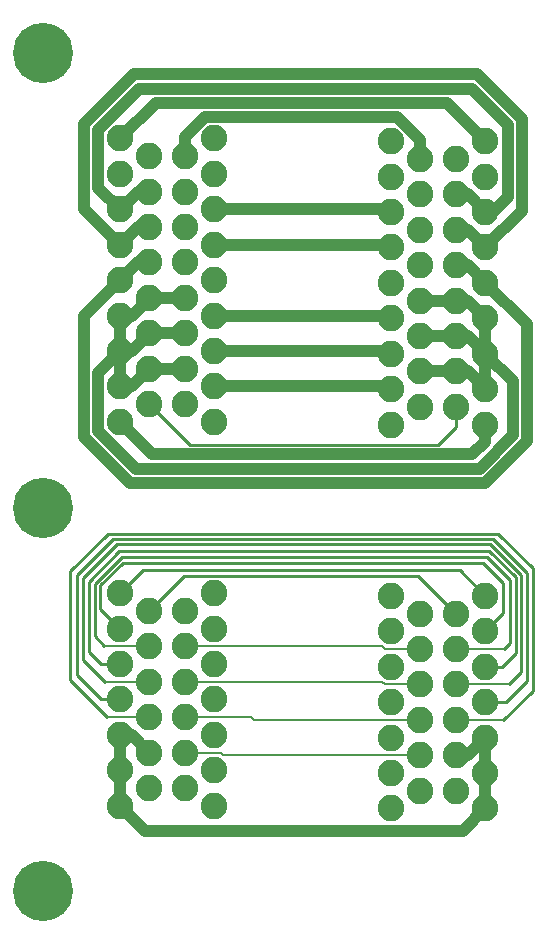
<source format=gbr>
%TF.GenerationSoftware,KiCad,Pcbnew,(6.0.8)*%
%TF.CreationDate,2024-08-14T07:32:42+02:00*%
%TF.ProjectId,FUSE_TestBoard,46555345-5f54-4657-9374-426f6172642e,rev?*%
%TF.SameCoordinates,Original*%
%TF.FileFunction,Copper,L2,Bot*%
%TF.FilePolarity,Positive*%
%FSLAX46Y46*%
G04 Gerber Fmt 4.6, Leading zero omitted, Abs format (unit mm)*
G04 Created by KiCad (PCBNEW (6.0.8)) date 2024-08-14 07:32:42*
%MOMM*%
%LPD*%
G01*
G04 APERTURE LIST*
%TA.AperFunction,ComponentPad*%
%ADD10C,2.250000*%
%TD*%
%TA.AperFunction,ComponentPad*%
%ADD11C,5.100000*%
%TD*%
%TA.AperFunction,Conductor*%
%ADD12C,0.254000*%
%TD*%
%TA.AperFunction,Conductor*%
%ADD13C,1.000000*%
%TD*%
%TA.AperFunction,Conductor*%
%ADD14C,0.250000*%
%TD*%
%TA.AperFunction,Conductor*%
%ADD15C,0.200000*%
%TD*%
G04 APERTURE END LIST*
D10*
%TO.P,J2,1,1*%
%TO.N,HP_MOS7_B*%
X183587300Y-85278000D03*
%TO.P,J2,2,2*%
%TO.N,LP_MOS7*%
X186087300Y-86778000D03*
%TO.P,J2,3,3*%
%TO.N,HP_MOS7_B*%
X183587300Y-88278000D03*
%TO.P,J2,4,4*%
%TO.N,unconnected-(J2-Pad4)*%
X186087300Y-89778000D03*
%TO.P,J2,5,5*%
%TO.N,LP_MOS6*%
X183587300Y-91278000D03*
%TO.P,J2,6,6*%
%TO.N,unconnected-(J2-Pad6)*%
X186087300Y-92778000D03*
%TO.P,J2,7,7*%
%TO.N,LP_MOS5*%
X183587300Y-94278000D03*
%TO.P,J2,8,8*%
%TO.N,HP_MOS6_B*%
X186087300Y-95778000D03*
%TO.P,J2,9,9*%
X183587300Y-97278000D03*
%TO.P,J2,10,10*%
%TO.N,GND*%
X186087300Y-98778000D03*
%TO.P,J2,11,11*%
%TO.N,LP_MOS4*%
X183587300Y-100278000D03*
%TO.P,J2,12,12*%
%TO.N,GND*%
X186087300Y-101778000D03*
%TO.P,J2,13,13*%
%TO.N,LP_MOS3*%
X183587300Y-103278000D03*
%TO.P,J2,14,14*%
%TO.N,GND*%
X186087300Y-104778000D03*
%TO.P,J2,15,15*%
%TO.N,LP_MOS2*%
X183587300Y-106278000D03*
%TO.P,J2,16,16*%
%TO.N,HP_MOS5_B*%
X186087300Y-107778000D03*
%TO.P,J2,17,17*%
X183587300Y-109278000D03*
%TO.P,J2,18,18*%
%TO.N,LP_MOS8*%
X191587300Y-85278000D03*
%TO.P,J2,19,19*%
%TO.N,HP_MOS8_B*%
X189087300Y-86778000D03*
%TO.P,J2,20,20*%
X191587300Y-88278000D03*
%TO.P,J2,21,21*%
%TO.N,+12VA*%
X189087300Y-89778000D03*
%TO.P,J2,22,22*%
X191587300Y-91278000D03*
%TO.P,J2,23,23*%
%TO.N,+3.3VP*%
X189087300Y-92778000D03*
%TO.P,J2,24,24*%
X191587300Y-94278000D03*
%TO.P,J2,25,25*%
%TO.N,+5VL*%
X189087300Y-95778000D03*
%TO.P,J2,26,26*%
X191587300Y-97278000D03*
%TO.P,J2,27,27*%
%TO.N,GND*%
X189087300Y-98778000D03*
%TO.P,J2,28,28*%
X191587300Y-100278000D03*
%TO.P,J2,29,29*%
X189087300Y-101778000D03*
%TO.P,J2,30,30*%
X191587300Y-103278000D03*
%TO.P,J2,31,31*%
X189087300Y-104778000D03*
%TO.P,J2,32,32*%
X191587300Y-106278000D03*
%TO.P,J2,33,33*%
%TO.N,SAFETY_IN*%
X189087300Y-107778000D03*
%TO.P,J2,34,34*%
%TO.N,LP_MOS1*%
X191587300Y-109278000D03*
%TO.P,J2,35,35*%
%TO.N,HP_MOS4_B*%
X183587300Y-123778000D03*
%TO.P,J2,36,36*%
X186087300Y-125278000D03*
%TO.P,J2,37,37*%
X183587300Y-126778000D03*
%TO.P,J2,38,38*%
%TO.N,CAN1_L*%
X186087300Y-128278000D03*
%TO.P,J2,39,39*%
%TO.N,HP_MOS3_B*%
X183587300Y-129778000D03*
%TO.P,J2,40,40*%
%TO.N,CAN1_H*%
X186087300Y-131278000D03*
%TO.P,J2,41,41*%
%TO.N,HP_MOS3_B*%
X183587300Y-132778000D03*
%TO.P,J2,42,42*%
%TO.N,CAN2_L*%
X186087300Y-134278000D03*
%TO.P,J2,43,43*%
%TO.N,HP_MOS3_B*%
X183587300Y-135778000D03*
%TO.P,J2,44,44*%
%TO.N,CAN2_H*%
X186087300Y-137278000D03*
%TO.P,J2,45,45*%
%TO.N,HP_MOS2_B*%
X183587300Y-138778000D03*
%TO.P,J2,46,46*%
%TO.N,HP_MOS1_B*%
X186087300Y-140278000D03*
%TO.P,J2,47,47*%
%TO.N,HP_MOS2_B*%
X183587300Y-141778000D03*
%TO.P,J2,48,48*%
%TO.N,ADC_IN1*%
X191587300Y-123778000D03*
%TO.P,J2,49,49*%
%TO.N,ADC_IN2*%
X189087300Y-125278000D03*
%TO.P,J2,50,50*%
%TO.N,ADC_IN3*%
X191587300Y-126778000D03*
%TO.P,J2,51,51*%
%TO.N,ADC_IN4*%
X189087300Y-128278000D03*
%TO.P,J2,52,52*%
%TO.N,CONN_AD_IN5*%
X191587300Y-129778000D03*
%TO.P,J2,53,53*%
%TO.N,CONN_AD_IN6*%
X189087300Y-131278000D03*
%TO.P,J2,54,54*%
%TO.N,CONN_AD_IN7*%
X191587300Y-132778000D03*
%TO.P,J2,55,55*%
%TO.N,CONN_AD_IN8*%
X189087300Y-134278000D03*
%TO.P,J2,56,56*%
%TO.N,GND*%
X191587300Y-135778000D03*
%TO.P,J2,57,57*%
X189087300Y-137278000D03*
%TO.P,J2,58,58*%
X191587300Y-138778000D03*
%TO.P,J2,59,59*%
%TO.N,HP_MOS1_B*%
X189087300Y-140278000D03*
%TO.P,J2,60,60*%
%TO.N,GND*%
X191587300Y-141778000D03*
%TD*%
%TO.P,J1,1,1*%
%TO.N,HP_MOS7*%
X168650000Y-85050000D03*
%TO.P,J1,2,2*%
%TO.N,LP_MOS7*%
X166150000Y-86550000D03*
%TO.P,J1,3,3*%
%TO.N,HP_MOS7*%
X168650000Y-88050000D03*
%TO.P,J1,4,4*%
%TO.N,unconnected-(J1-Pad4)*%
X166150000Y-89550000D03*
%TO.P,J1,5,5*%
%TO.N,LP_MOS6*%
X168650000Y-91050000D03*
%TO.P,J1,6,6*%
%TO.N,unconnected-(J1-Pad6)*%
X166150000Y-92550000D03*
%TO.P,J1,7,7*%
%TO.N,LP_MOS5*%
X168650000Y-94050000D03*
%TO.P,J1,8,8*%
%TO.N,HP_MOS6*%
X166150000Y-95550000D03*
%TO.P,J1,9,9*%
X168650000Y-97050000D03*
%TO.P,J1,10,10*%
%TO.N,GND*%
X166150000Y-98550000D03*
%TO.P,J1,11,11*%
%TO.N,LP_MOS4*%
X168650000Y-100050000D03*
%TO.P,J1,12,12*%
%TO.N,GND*%
X166150000Y-101550000D03*
%TO.P,J1,13,13*%
%TO.N,LP_MOS3*%
X168650000Y-103050000D03*
%TO.P,J1,14,14*%
%TO.N,GND*%
X166150000Y-104550000D03*
%TO.P,J1,15,15*%
%TO.N,LP_MOS2*%
X168650000Y-106050000D03*
%TO.P,J1,16,16*%
%TO.N,HP_MOS5*%
X166150000Y-107550000D03*
%TO.P,J1,17,17*%
X168650000Y-109050000D03*
%TO.P,J1,18,18*%
%TO.N,LP_MOS8*%
X160650000Y-85050000D03*
%TO.P,J1,19,19*%
%TO.N,HP_MOS8*%
X163150000Y-86550000D03*
%TO.P,J1,20,20*%
X160650000Y-88050000D03*
%TO.P,J1,21,21*%
%TO.N,+12VA*%
X163150000Y-89550000D03*
%TO.P,J1,22,22*%
X160650000Y-91050000D03*
%TO.P,J1,23,23*%
%TO.N,+3.3VP*%
X163150000Y-92550000D03*
%TO.P,J1,24,24*%
X160650000Y-94050000D03*
%TO.P,J1,25,25*%
%TO.N,+5VL*%
X163150000Y-95550000D03*
%TO.P,J1,26,26*%
X160650000Y-97050000D03*
%TO.P,J1,27,27*%
%TO.N,GND*%
X163150000Y-98550000D03*
%TO.P,J1,28,28*%
X160650000Y-100050000D03*
%TO.P,J1,29,29*%
X163150000Y-101550000D03*
%TO.P,J1,30,30*%
X160650000Y-103050000D03*
%TO.P,J1,31,31*%
X163150000Y-104550000D03*
%TO.P,J1,32,32*%
X160650000Y-106050000D03*
%TO.P,J1,33,33*%
%TO.N,SAFETY_IN*%
X163150000Y-107550000D03*
%TO.P,J1,34,34*%
%TO.N,LP_MOS1*%
X160650000Y-109050000D03*
%TO.P,J1,35,35*%
%TO.N,HP_MOS4*%
X168650000Y-123550000D03*
%TO.P,J1,36,36*%
X166150000Y-125050000D03*
%TO.P,J1,37,37*%
X168650000Y-126550000D03*
%TO.P,J1,38,38*%
%TO.N,CAN1_L*%
X166150000Y-128050000D03*
%TO.P,J1,39,39*%
%TO.N,HP_MOS3*%
X168650000Y-129550000D03*
%TO.P,J1,40,40*%
%TO.N,CAN1_H*%
X166150000Y-131050000D03*
%TO.P,J1,41,41*%
%TO.N,HP_MOS3*%
X168650000Y-132550000D03*
%TO.P,J1,42,42*%
%TO.N,CAN2_L*%
X166150000Y-134050000D03*
%TO.P,J1,43,43*%
%TO.N,HP_MOS3*%
X168650000Y-135550000D03*
%TO.P,J1,44,44*%
%TO.N,CAN2_H*%
X166150000Y-137050000D03*
%TO.P,J1,45,45*%
%TO.N,HP_MOS2*%
X168650000Y-138550000D03*
%TO.P,J1,46,46*%
%TO.N,HP_MOS1*%
X166150000Y-140050000D03*
%TO.P,J1,47,47*%
%TO.N,HP_MOS2*%
X168650000Y-141550000D03*
%TO.P,J1,48,48*%
%TO.N,ADC_IN1*%
X160650000Y-123550000D03*
%TO.P,J1,49,49*%
%TO.N,ADC_IN2*%
X163150000Y-125050000D03*
%TO.P,J1,50,50*%
%TO.N,ADC_IN3*%
X160650000Y-126550000D03*
%TO.P,J1,51,51*%
%TO.N,ADC_IN4*%
X163150000Y-128050000D03*
%TO.P,J1,52,52*%
%TO.N,CONN_AD_IN5*%
X160650000Y-129550000D03*
%TO.P,J1,53,53*%
%TO.N,CONN_AD_IN6*%
X163150000Y-131050000D03*
%TO.P,J1,54,54*%
%TO.N,CONN_AD_IN7*%
X160650000Y-132550000D03*
%TO.P,J1,55,55*%
%TO.N,CONN_AD_IN8*%
X163150000Y-134050000D03*
%TO.P,J1,56,56*%
%TO.N,GND*%
X160650000Y-135550000D03*
%TO.P,J1,57,57*%
X163150000Y-137050000D03*
%TO.P,J1,58,58*%
X160650000Y-138550000D03*
%TO.P,J1,59,59*%
%TO.N,HP_MOS1*%
X163150000Y-140050000D03*
%TO.P,J1,60,60*%
%TO.N,GND*%
X160650000Y-141550000D03*
D11*
%TO.P,J1,MH1,MH1*%
%TO.N,unconnected-(J1-PadMH1)*%
X154150000Y-77800000D03*
%TO.P,J1,MH2,MH2*%
%TO.N,unconnected-(J1-PadMH2)*%
X154150000Y-116300000D03*
%TO.P,J1,MH3,MH3*%
%TO.N,unconnected-(J1-PadMH3)*%
X154150000Y-148800000D03*
%TD*%
D12*
%TO.N,CONN_AD_IN8*%
X192700000Y-118500000D02*
X195600000Y-121400000D01*
X159600000Y-118500000D02*
X192700000Y-118500000D01*
X195600000Y-131800000D02*
X193122000Y-134278000D01*
X156400000Y-121700000D02*
X159600000Y-118500000D01*
X195600000Y-121400000D02*
X195600000Y-131800000D01*
X156400000Y-130900000D02*
X156400000Y-121700000D01*
X159550000Y-134050000D02*
X156400000Y-130900000D01*
D13*
%TO.N,GND*%
X191587300Y-100278000D02*
X191587300Y-106278000D01*
D12*
%TO.N,ADC_IN3*%
X159000000Y-124900000D02*
X160650000Y-126550000D01*
X160900000Y-121000000D02*
X159000000Y-122900000D01*
X191400000Y-121000000D02*
X160900000Y-121000000D01*
X193100000Y-122700000D02*
X191400000Y-121000000D01*
X159000000Y-122900000D02*
X159000000Y-124900000D01*
X193100000Y-125265300D02*
X193100000Y-122700000D01*
X191587300Y-126778000D02*
X193100000Y-125265300D01*
D14*
%TO.N,ADC_IN4*%
X158500000Y-127200000D02*
X159300000Y-128000000D01*
X193694000Y-122394000D02*
X191752000Y-120452000D01*
X158500000Y-122739224D02*
X158500000Y-127200000D01*
X193694000Y-127762000D02*
X193694000Y-122394000D01*
X160787224Y-120452000D02*
X158500000Y-122739224D01*
X193178000Y-128278000D02*
X193694000Y-127762000D01*
X191752000Y-120452000D02*
X160787224Y-120452000D01*
D12*
%TO.N,CONN_AD_IN5*%
X193022000Y-129778000D02*
X191587300Y-129778000D01*
X194146000Y-128654000D02*
X193022000Y-129778000D01*
X191939224Y-120000000D02*
X194146000Y-122206776D01*
X158000000Y-128490990D02*
X158000000Y-122600000D01*
X160600000Y-120000000D02*
X191939224Y-120000000D01*
X194146000Y-122206776D02*
X194146000Y-128654000D01*
X159059010Y-129550000D02*
X158000000Y-128490990D01*
X160650000Y-129550000D02*
X159059010Y-129550000D01*
X158000000Y-122600000D02*
X160600000Y-120000000D01*
%TO.N,CONN_AD_IN6*%
X194600000Y-122018724D02*
X194600000Y-130256000D01*
X160392000Y-119408000D02*
X191989276Y-119408000D01*
X194600000Y-130256000D02*
X193578000Y-131278000D01*
X157500000Y-122300000D02*
X160392000Y-119408000D01*
X157500000Y-129200000D02*
X157500000Y-122300000D01*
X191989276Y-119408000D02*
X194600000Y-122018724D01*
X159350000Y-131050000D02*
X157500000Y-129200000D01*
%TO.N,CONN_AD_IN7*%
X193322000Y-132778000D02*
X191587300Y-132778000D01*
X195100000Y-131000000D02*
X193322000Y-132778000D01*
X195100000Y-121800000D02*
X195100000Y-131000000D01*
X157000000Y-122000000D02*
X160046000Y-118954000D01*
X192254000Y-118954000D02*
X195100000Y-121800000D01*
X159059010Y-132550000D02*
X157000000Y-130490990D01*
X157000000Y-130490990D02*
X157000000Y-122000000D01*
X160650000Y-132550000D02*
X159059010Y-132550000D01*
X160046000Y-118954000D02*
X192254000Y-118954000D01*
D13*
%TO.N,GND*%
X189665300Y-143700000D02*
X191587300Y-141778000D01*
X162800000Y-143700000D02*
X189665300Y-143700000D01*
X160650000Y-141550000D02*
X162800000Y-143700000D01*
X191587300Y-135778000D02*
X191587300Y-141778000D01*
X189087300Y-137278000D02*
X190087300Y-137278000D01*
X190087300Y-137278000D02*
X191587300Y-135778000D01*
X160650000Y-138550000D02*
X160650000Y-141550000D01*
X161650000Y-135550000D02*
X163150000Y-137050000D01*
X160650000Y-135550000D02*
X161650000Y-135550000D01*
X160650000Y-135550000D02*
X160650000Y-138550000D01*
D15*
%TO.N,CONN_AD_IN6*%
X189087300Y-131278000D02*
X193578000Y-131278000D01*
%TO.N,CONN_AD_IN8*%
X163150000Y-134050000D02*
X159550000Y-134050000D01*
%TO.N,CONN_AD_IN6*%
X163150000Y-131050000D02*
X159350000Y-131050000D01*
%TO.N,CONN_AD_IN8*%
X189087300Y-134278000D02*
X193122000Y-134278000D01*
%TO.N,ADC_IN4*%
X189087300Y-128278000D02*
X193178000Y-128278000D01*
X159350000Y-128050000D02*
X159300000Y-128000000D01*
X163150000Y-128050000D02*
X159350000Y-128050000D01*
D12*
%TO.N,ADC_IN1*%
X189409300Y-121600000D02*
X191587300Y-123778000D01*
X162600000Y-121600000D02*
X189409300Y-121600000D01*
X160650000Y-123550000D02*
X162600000Y-121600000D01*
%TO.N,ADC_IN2*%
X185907300Y-122098000D02*
X189087300Y-125278000D01*
X166102000Y-122098000D02*
X185907300Y-122098000D01*
X163150000Y-125050000D02*
X166102000Y-122098000D01*
D15*
%TO.N,CAN2_H*%
X169393255Y-137278000D02*
X169165255Y-137050000D01*
X169165255Y-137050000D02*
X166150000Y-137050000D01*
X186087300Y-137278000D02*
X169393255Y-137278000D01*
%TO.N,CAN2_L*%
X171750000Y-134050000D02*
X171978000Y-134278000D01*
X171978000Y-134278000D02*
X186087300Y-134278000D01*
X166150000Y-134050000D02*
X171750000Y-134050000D01*
%TO.N,CAN1_H*%
X166150000Y-131050000D02*
X182844045Y-131050000D01*
X182844045Y-131050000D02*
X183072045Y-131278000D01*
X183072045Y-131278000D02*
X186087300Y-131278000D01*
%TO.N,CAN1_L*%
X183072045Y-128278000D02*
X186087300Y-128278000D01*
X182844045Y-128050000D02*
X183072045Y-128278000D01*
X166150000Y-128050000D02*
X182844045Y-128050000D01*
D13*
%TO.N,+5VL*%
X195100000Y-100790700D02*
X191587300Y-97278000D01*
X161522004Y-114200000D02*
X191597056Y-114200000D01*
X157625000Y-110302996D02*
X161522004Y-114200000D01*
X160650000Y-97050000D02*
X157625000Y-100075000D01*
X157625000Y-100075000D02*
X157625000Y-110302996D01*
X191597056Y-114200000D02*
X195100000Y-110697056D01*
X195100000Y-110697056D02*
X195100000Y-100790700D01*
%TO.N,GND*%
X193900000Y-110200000D02*
X193900000Y-105590700D01*
X191100000Y-113000000D02*
X193900000Y-110200000D01*
X193900000Y-105590700D02*
X191587300Y-103278000D01*
X162019060Y-113000000D02*
X191100000Y-113000000D01*
X158825000Y-109805940D02*
X162019060Y-113000000D01*
X158825000Y-104875000D02*
X158825000Y-109805940D01*
X160650000Y-103050000D02*
X158825000Y-104875000D01*
X190087300Y-98778000D02*
X191587300Y-100278000D01*
X186087300Y-98778000D02*
X190087300Y-98778000D01*
X190087300Y-101778000D02*
X191587300Y-103278000D01*
X186087300Y-101778000D02*
X190087300Y-101778000D01*
X190087300Y-104778000D02*
X191587300Y-106278000D01*
X186087300Y-104778000D02*
X190087300Y-104778000D01*
X160650000Y-100050000D02*
X160650000Y-106050000D01*
X163150000Y-104550000D02*
X166150000Y-104550000D01*
X161650000Y-106050000D02*
X163150000Y-104550000D01*
X160650000Y-106050000D02*
X161650000Y-106050000D01*
X163150000Y-101550000D02*
X166150000Y-101550000D01*
X161650000Y-103050000D02*
X163150000Y-101550000D01*
X160650000Y-103050000D02*
X161650000Y-103050000D01*
X163150000Y-98550000D02*
X166150000Y-98550000D01*
X161650000Y-100050000D02*
X163150000Y-98550000D01*
X160650000Y-100050000D02*
X161650000Y-100050000D01*
%TO.N,+3.3VP*%
X194700000Y-83402944D02*
X194700000Y-91165300D01*
X194700000Y-91165300D02*
X191587300Y-94278000D01*
X161822004Y-79600000D02*
X190897056Y-79600000D01*
X157625000Y-83797004D02*
X161822004Y-79600000D01*
X157625000Y-91025000D02*
X157625000Y-83797004D01*
X190897056Y-79600000D02*
X194700000Y-83402944D01*
X160650000Y-94050000D02*
X157625000Y-91025000D01*
%TO.N,+12VA*%
X193500000Y-83900000D02*
X193500000Y-90000000D01*
X190425000Y-80825000D02*
X193500000Y-83900000D01*
X162294060Y-80825000D02*
X190425000Y-80825000D01*
X158825000Y-84294060D02*
X162294060Y-80825000D01*
X158825000Y-89225000D02*
X158825000Y-84294060D01*
X193500000Y-90000000D02*
X192222000Y-91278000D01*
X160650000Y-91050000D02*
X158825000Y-89225000D01*
X192222000Y-91278000D02*
X191587300Y-91278000D01*
%TO.N,+5VL*%
X190087300Y-95778000D02*
X191587300Y-97278000D01*
X189087300Y-95778000D02*
X190087300Y-95778000D01*
%TO.N,+3.3VP*%
X189087300Y-92778000D02*
X190087300Y-92778000D01*
X190087300Y-92778000D02*
X191587300Y-94278000D01*
%TO.N,+12VA*%
X190087300Y-89778000D02*
X191587300Y-91278000D01*
X189087300Y-89778000D02*
X190087300Y-89778000D01*
X162150000Y-89550000D02*
X160650000Y-91050000D01*
X163150000Y-89550000D02*
X162150000Y-89550000D01*
%TO.N,+3.3VP*%
X162150000Y-92550000D02*
X160650000Y-94050000D01*
X163150000Y-92550000D02*
X162150000Y-92550000D01*
%TO.N,+5VL*%
X163150000Y-95550000D02*
X162150000Y-95550000D01*
X162150000Y-95550000D02*
X160650000Y-97050000D01*
D12*
%TO.N,SAFETY_IN*%
X189087300Y-109458700D02*
X189087300Y-107778000D01*
X187573000Y-110973000D02*
X189087300Y-109458700D01*
X166573000Y-110973000D02*
X187573000Y-110973000D01*
X163150000Y-107550000D02*
X166573000Y-110973000D01*
D13*
%TO.N,LP_MOS1*%
X191587300Y-110712700D02*
X191587300Y-109278000D01*
X190500000Y-111800000D02*
X191587300Y-110712700D01*
X163400000Y-111800000D02*
X190500000Y-111800000D01*
X160650000Y-109050000D02*
X163400000Y-111800000D01*
%TO.N,LP_MOS2*%
X183359300Y-106050000D02*
X183587300Y-106278000D01*
X168650000Y-106050000D02*
X183359300Y-106050000D01*
%TO.N,LP_MOS3*%
X183359300Y-103050000D02*
X183587300Y-103278000D01*
X168650000Y-103050000D02*
X183359300Y-103050000D01*
%TO.N,LP_MOS4*%
X183359300Y-100050000D02*
X183587300Y-100278000D01*
X168650000Y-100050000D02*
X183359300Y-100050000D01*
%TO.N,LP_MOS5*%
X183359300Y-94050000D02*
X183587300Y-94278000D01*
X168650000Y-94050000D02*
X183359300Y-94050000D01*
%TO.N,LP_MOS6*%
X183359300Y-91050000D02*
X183587300Y-91278000D01*
X168650000Y-91050000D02*
X183359300Y-91050000D01*
%TO.N,LP_MOS8*%
X191587300Y-85278000D02*
X188334300Y-82025000D01*
X188334300Y-82025000D02*
X163675000Y-82025000D01*
X163675000Y-82025000D02*
X160650000Y-85050000D01*
%TO.N,LP_MOS7*%
X186087300Y-85197060D02*
X186087300Y-86778000D01*
X184115240Y-83225000D02*
X186087300Y-85197060D01*
X166150000Y-84959010D02*
X167884010Y-83225000D01*
X167884010Y-83225000D02*
X184115240Y-83225000D01*
X166150000Y-86550000D02*
X166150000Y-84959010D01*
%TD*%
M02*

</source>
